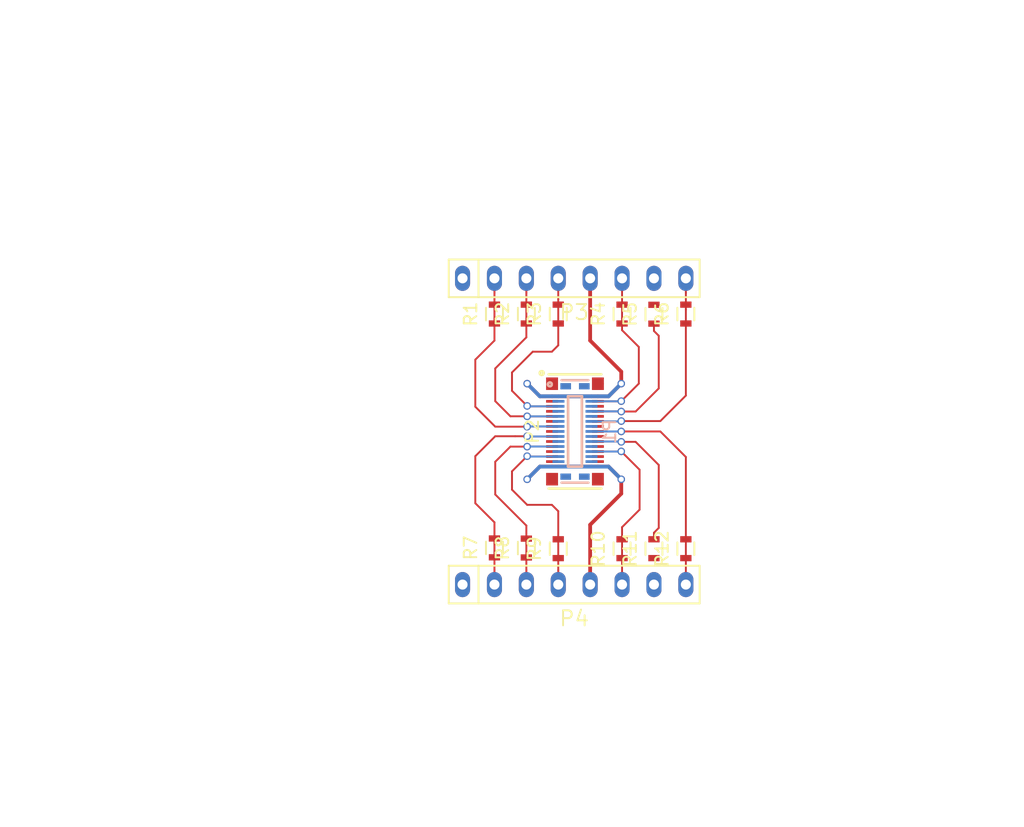
<source format=kicad_pcb>
(kicad_pcb (version 4) (host pcbnew 4.0.4+dfsg1-stable)

  (general
    (links 85)
    (no_connects 67)
    (area 90.1065 100.773999 171.641001 166.624001)
    (thickness 1.6)
    (drawings 5)
    (tracks 184)
    (zones 0)
    (modules 16)
    (nets 16)
  )

  (page A4)
  (layers
    (0 Top signal)
    (31 Bottom signal)
    (34 B.Paste user)
    (35 F.Paste user)
    (36 B.SilkS user)
    (37 F.SilkS user)
    (38 B.Mask user)
    (39 F.Mask user)
    (44 Edge.Cuts user)
  )

  (setup
    (last_trace_width 0.15)
    (trace_clearance 0.15)
    (zone_clearance 0.1)
    (zone_45_only yes)
    (trace_min 0.006)
    (segment_width 0.2)
    (edge_width 0.001)
    (via_size 0.6)
    (via_drill 0.4)
    (via_min_size 0.027)
    (via_min_drill 0.013)
    (uvia_size 0.3)
    (uvia_drill 0.1)
    (uvias_allowed no)
    (uvia_min_size 0)
    (uvia_min_drill 0)
    (pcb_text_width 0.3)
    (pcb_text_size 1.5 1.5)
    (mod_edge_width 0.15)
    (mod_text_size 1 1)
    (mod_text_width 0.15)
    (pad_size 0.5 0.85)
    (pad_drill 0)
    (pad_to_mask_clearance 0)
    (aux_axis_origin 0 0)
    (visible_elements FFFFFF9F)
    (pcbplotparams
      (layerselection 0x00030_80000001)
      (usegerberextensions false)
      (excludeedgelayer true)
      (linewidth 0.100000)
      (plotframeref false)
      (viasonmask false)
      (mode 1)
      (useauxorigin false)
      (hpglpennumber 1)
      (hpglpenspeed 20)
      (hpglpendiameter 15)
      (hpglpenoverlay 2)
      (psnegative false)
      (psa4output false)
      (plotreference true)
      (plotvalue true)
      (plotinvisibletext false)
      (padsonsilk false)
      (subtractmaskfromsilk false)
      (outputformat 1)
      (mirror false)
      (drillshape 0)
      (scaleselection 1)
      (outputdirectory ""))
  )

  (net 0 "")
  (net 1 +3V3)
  (net 2 GND)
  (net 3 "Net-(P1-Pad19)")
  (net 4 "Net-(P1-Pad21)")
  (net 5 "Net-(P1-Pad1)")
  (net 6 "Net-(P1-Pad29)")
  (net 7 "Net-(P1-Pad27)")
  (net 8 "Net-(P1-Pad25)")
  (net 9 "Net-(P1-Pad23)")
  (net 10 "Net-(P1-Pad7)")
  (net 11 "Net-(P1-Pad5)")
  (net 12 "Net-(P1-Pad3)")
  (net 13 "Net-(P1-Pad9)")
  (net 14 "Net-(P1-Pad11)")
  (net 15 "Net-(P1-Pad13)")

  (net_class Default "This is the default net class."
    (clearance 0.15)
    (trace_width 0.15)
    (via_dia 0.6)
    (via_drill 0.4)
    (uvia_dia 0.3)
    (uvia_drill 0.1)
    (add_net +3V3)
    (add_net GND)
    (add_net "Net-(P1-Pad1)")
    (add_net "Net-(P1-Pad11)")
    (add_net "Net-(P1-Pad13)")
    (add_net "Net-(P1-Pad19)")
    (add_net "Net-(P1-Pad21)")
    (add_net "Net-(P1-Pad23)")
    (add_net "Net-(P1-Pad25)")
    (add_net "Net-(P1-Pad27)")
    (add_net "Net-(P1-Pad29)")
    (add_net "Net-(P1-Pad3)")
    (add_net "Net-(P1-Pad5)")
    (add_net "Net-(P1-Pad7)")
    (add_net "Net-(P1-Pad9)")
  )

  (module switch:55909-0374 (layer Bottom) (tedit 599DE5EA) (tstamp 599BA94A)
    (at 135.889 135.127 270)
    (path /599004F3)
    (solder_mask_margin 0.035)
    (fp_text reference P1 (at 0 -2.75 270) (layer B.SilkS)
      (effects (font (size 1 1) (thickness 0.15)) (justify mirror))
    )
    (fp_text value CONN_02X15 (at 0 3 270) (layer B.Fab)
      (effects (font (size 1 1) (thickness 0.15)) (justify mirror))
    )
    (fp_line (start 2.8 -0.55) (end 2.8 0.55) (layer B.SilkS) (width 0.2))
    (fp_line (start -2.8 -0.55) (end 2.8 -0.55) (layer B.SilkS) (width 0.2))
    (fp_line (start -2.8 0.55) (end -2.8 -0.55) (layer B.SilkS) (width 0.2))
    (fp_line (start 2.8 0.55) (end -2.8 0.55) (layer B.SilkS) (width 0.2))
    (fp_circle (center -3.75 2) (end -3.6 2) (layer B.SilkS) (width 0.2))
    (fp_circle (center -3.75 2) (end -3.7 2) (layer B.SilkS) (width 0.2))
    (fp_line (start -4.08 -1.065) (end -4.08 1.065) (layer B.SilkS) (width 0.2))
    (fp_line (start 4.08 -1.065) (end 4.08 1.065) (layer B.SilkS) (width 0.2))
    (pad 16 smd rect (at 2.8 -1.315 270) (size 0.22 0.95) (layers Bottom B.Mask)
      (net 1 +3V3))
    (pad 17 smd rect (at 2.4 -1.315 270) (size 0.22 0.95) (layers Bottom B.Mask)
      (net 2 GND))
    (pad 18 smd rect (at 2 -1.315 270) (size 0.22 0.95) (layers Bottom B.Mask)
      (net 2 GND))
    (pad 19 smd rect (at 1.6 -1.315 270) (size 0.22 0.95) (layers Bottom B.Mask)
      (net 3 "Net-(P1-Pad19)"))
    (pad 20 smd rect (at 1.2 -1.315 270) (size 0.22 0.95) (layers Bottom B.Mask)
      (net 2 GND))
    (pad 21 smd rect (at 0.8 -1.315 270) (size 0.22 0.95) (layers Bottom B.Mask)
      (net 4 "Net-(P1-Pad21)"))
    (pad 22 smd rect (at 0.4 -1.315 270) (size 0.22 0.95) (layers Bottom B.Mask)
      (net 2 GND))
    (pad 30 smd rect (at -2.8 -1.315 270) (size 0.22 0.95) (layers Bottom B.Mask)
      (net 5 "Net-(P1-Pad1)"))
    (pad 29 smd rect (at -2.4 -1.315 270) (size 0.22 0.95) (layers Bottom B.Mask)
      (net 6 "Net-(P1-Pad29)"))
    (pad 28 smd rect (at -2 -1.315 270) (size 0.22 0.95) (layers Bottom B.Mask)
      (net 2 GND))
    (pad 27 smd rect (at -1.6 -1.315 270) (size 0.22 0.95) (layers Bottom B.Mask)
      (net 7 "Net-(P1-Pad27)"))
    (pad 26 smd rect (at -1.2 -1.315 270) (size 0.22 0.95) (layers Bottom B.Mask)
      (net 2 GND))
    (pad 25 smd rect (at -0.8 -1.315 270) (size 0.22 0.95) (layers Bottom B.Mask)
      (net 8 "Net-(P1-Pad25)"))
    (pad 24 smd rect (at -0.4 -1.315 270) (size 0.22 0.95) (layers Bottom B.Mask)
      (net 2 GND))
    (pad 23 smd rect (at 0 -1.315 270) (size 0.22 0.95) (layers Bottom B.Mask)
      (net 9 "Net-(P1-Pad23)"))
    (pad 8 smd rect (at 0 1.315 270) (size 0.22 0.95) (layers Bottom B.Mask)
      (net 2 GND))
    (pad 7 smd rect (at -0.4 1.315 270) (size 0.22 0.95) (layers Bottom B.Mask)
      (net 10 "Net-(P1-Pad7)"))
    (pad 6 smd rect (at -0.8 1.315 270) (size 0.22 0.95) (layers Bottom B.Mask)
      (net 2 GND))
    (pad 5 smd rect (at -1.2 1.315 270) (size 0.22 0.95) (layers Bottom B.Mask)
      (net 11 "Net-(P1-Pad5)"))
    (pad 4 smd rect (at -1.6 1.315 270) (size 0.22 0.95) (layers Bottom B.Mask)
      (net 2 GND))
    (pad 3 smd rect (at -2 1.315 270) (size 0.22 0.95) (layers Bottom B.Mask)
      (net 12 "Net-(P1-Pad3)"))
    (pad 2 smd rect (at -2.4 1.315 270) (size 0.22 0.95) (layers Bottom B.Mask)
      (net 2 GND))
    (pad 1 smd rect (at -2.8 1.315 270) (size 0.22 0.95) (layers Bottom B.Mask)
      (net 5 "Net-(P1-Pad1)"))
    (pad 9 smd rect (at 0.4 1.315 270) (size 0.22 0.95) (layers Bottom B.Mask)
      (net 13 "Net-(P1-Pad9)"))
    (pad 10 smd rect (at 0.8 1.315 270) (size 0.22 0.95) (layers Bottom B.Mask)
      (net 2 GND))
    (pad 11 smd rect (at 1.2 1.315 270) (size 0.22 0.95) (layers Bottom B.Mask)
      (net 14 "Net-(P1-Pad11)"))
    (pad 12 smd rect (at 1.6 1.315 270) (size 0.22 0.95) (layers Bottom B.Mask)
      (net 2 GND))
    (pad 13 smd rect (at 2 1.315 270) (size 0.22 0.95) (layers Bottom B.Mask)
      (net 15 "Net-(P1-Pad13)"))
    (pad 14 smd rect (at 2.4 1.315 270) (size 0.22 0.95) (layers Bottom B.Mask)
      (net 2 GND))
    (pad 15 smd rect (at 2.8 1.315 270) (size 0.22 0.95) (layers Bottom B.Mask)
      (net 1 +3V3))
    (pad 31 smd rect (at 3.6 0.74 270) (size 0.5 0.85) (layers Bottom B.Mask))
    (pad 31 smd rect (at 3.6 -0.74 270) (size 0.5 0.85) (layers Bottom B.Mask))
    (pad 31 smd rect (at -3.6 -0.74 270) (size 0.5 0.85) (layers Bottom B.Mask))
    (pad 31 smd rect (at -3.6 0.74 270) (size 0.5 0.85) (layers Bottom B.Mask))
  )

  (module switch:500913-0302 (layer Top) (tedit 599DE5C1) (tstamp 599BA978)
    (at 135.889 135.127 270)
    (path /599005E7)
    (solder_mask_margin 0.035)
    (fp_text reference P2 (at 0 3.4 270) (layer F.SilkS)
      (effects (font (size 1 1) (thickness 0.15)))
    )
    (fp_text value CONN_02X15 (at 0 -3.5 270) (layer F.Fab)
      (effects (font (size 1 1) (thickness 0.15)))
    )
    (fp_line (start 2.8 0.55) (end 2.8 -0.55) (layer F.SilkS) (width 0.2))
    (fp_line (start -2.8 0.55) (end 2.8 0.55) (layer F.SilkS) (width 0.2))
    (fp_line (start -2.8 -0.55) (end -2.8 0.55) (layer F.SilkS) (width 0.2))
    (fp_line (start 2.8 -0.55) (end -2.8 -0.55) (layer F.SilkS) (width 0.2))
    (fp_circle (center -4.65 2.65) (end -4.5 2.65) (layer F.SilkS) (width 0.2))
    (fp_circle (center -4.65 2.65) (end -4.6 2.65) (layer F.SilkS) (width 0.2))
    (fp_line (start -4.55 2.1) (end -4.55 -2.1) (layer F.SilkS) (width 0.2))
    (fp_line (start 4.55 2.1) (end 4.55 -2.1) (layer F.SilkS) (width 0.2))
    (pad 15 smd rect (at 2.8 1.825 270) (size 0.22 0.95) (layers Top F.Mask)
      (net 1 +3V3))
    (pad 14 smd rect (at 2.4 1.825 270) (size 0.22 0.95) (layers Top F.Mask)
      (net 2 GND))
    (pad 13 smd rect (at 2 1.825 270) (size 0.22 0.95) (layers Top F.Mask)
      (net 15 "Net-(P1-Pad13)"))
    (pad 12 smd rect (at 1.6 1.825 270) (size 0.22 0.95) (layers Top F.Mask)
      (net 2 GND))
    (pad 11 smd rect (at 1.2 1.825 270) (size 0.22 0.95) (layers Top F.Mask)
      (net 14 "Net-(P1-Pad11)"))
    (pad 10 smd rect (at 0.8 1.825 270) (size 0.22 0.95) (layers Top F.Mask)
      (net 2 GND))
    (pad 9 smd rect (at 0.4 1.825 270) (size 0.22 0.95) (layers Top F.Mask)
      (net 13 "Net-(P1-Pad9)"))
    (pad 1 smd rect (at -2.8 1.825 270) (size 0.22 0.95) (layers Top F.Mask)
      (net 5 "Net-(P1-Pad1)"))
    (pad 2 smd rect (at -2.4 1.825 270) (size 0.22 0.95) (layers Top F.Mask)
      (net 2 GND))
    (pad 3 smd rect (at -2 1.825 270) (size 0.22 0.95) (layers Top F.Mask)
      (net 12 "Net-(P1-Pad3)"))
    (pad 4 smd rect (at -1.6 1.825 270) (size 0.22 0.95) (layers Top F.Mask)
      (net 2 GND))
    (pad 5 smd rect (at -1.2 1.825 270) (size 0.22 0.95) (layers Top F.Mask)
      (net 11 "Net-(P1-Pad5)"))
    (pad 6 smd rect (at -0.8 1.825 270) (size 0.22 0.95) (layers Top F.Mask)
      (net 2 GND))
    (pad 7 smd rect (at -0.4 1.825 270) (size 0.22 0.95) (layers Top F.Mask)
      (net 10 "Net-(P1-Pad7)"))
    (pad 8 smd rect (at 0 1.825 270) (size 0.22 0.95) (layers Top F.Mask)
      (net 2 GND))
    (pad 23 smd rect (at 0 -1.825 270) (size 0.22 0.95) (layers Top F.Mask)
      (net 9 "Net-(P1-Pad23)"))
    (pad 24 smd rect (at -0.4 -1.825 270) (size 0.22 0.95) (layers Top F.Mask)
      (net 2 GND))
    (pad 25 smd rect (at -0.8 -1.825 270) (size 0.22 0.95) (layers Top F.Mask)
      (net 8 "Net-(P1-Pad25)"))
    (pad 26 smd rect (at -1.2 -1.825 270) (size 0.22 0.95) (layers Top F.Mask)
      (net 2 GND))
    (pad 27 smd rect (at -1.6 -1.825 270) (size 0.22 0.95) (layers Top F.Mask)
      (net 7 "Net-(P1-Pad27)"))
    (pad 28 smd rect (at -2 -1.825 270) (size 0.22 0.95) (layers Top F.Mask)
      (net 2 GND))
    (pad 29 smd rect (at -2.4 -1.825 270) (size 0.22 0.95) (layers Top F.Mask)
      (net 6 "Net-(P1-Pad29)"))
    (pad 30 smd rect (at -2.8 -1.825 270) (size 0.22 0.95) (layers Top F.Mask)
      (net 5 "Net-(P1-Pad1)"))
    (pad 22 smd rect (at 0.4 -1.825 270) (size 0.22 0.95) (layers Top F.Mask)
      (net 2 GND))
    (pad 21 smd rect (at 0.8 -1.825 270) (size 0.22 0.95) (layers Top F.Mask)
      (net 4 "Net-(P1-Pad21)"))
    (pad 20 smd rect (at 1.2 -1.825 270) (size 0.22 0.95) (layers Top F.Mask)
      (net 2 GND))
    (pad 19 smd rect (at 1.6 -1.825 270) (size 0.22 0.95) (layers Top F.Mask)
      (net 3 "Net-(P1-Pad19)"))
    (pad 18 smd rect (at 2 -1.825 270) (size 0.22 0.95) (layers Top F.Mask)
      (net 2 GND))
    (pad 17 smd rect (at 2.4 -1.825 270) (size 0.22 0.95) (layers Top F.Mask)
      (net 2 GND))
    (pad 16 smd rect (at 2.8 -1.825 270) (size 0.22 0.95) (layers Top F.Mask)
      (net 1 +3V3))
    (pad 31 smd rect (at 3.8 -1.825 270) (size 1 0.95) (layers Top F.Mask))
    (pad 31 smd rect (at 3.8 1.825 270) (size 1 0.95) (layers Top F.Mask))
    (pad 31 smd rect (at -3.8 1.825 270) (size 1 0.95) (layers Top F.Mask))
    (pad 31 smd rect (at -3.8 -1.825 270) (size 1 0.95) (layers Top F.Mask))
  )

  (module switch:SIP-8 (layer Top) (tedit 0) (tstamp 59AB9B93)
    (at 135.8265 122.936)
    (path /59AB9B20)
    (fp_text reference P3 (at 0 2.7) (layer F.SilkS)
      (effects (font (size 1.2 1.2) (thickness 0.15)))
    )
    (fp_text value CONN_01X08 (at 0 -2.7) (layer F.Fab)
      (effects (font (size 1.2 1.2) (thickness 0.15)))
    )
    (fp_line (start -9.99 -1.5) (end 9.99 -1.5) (layer F.SilkS) (width 0.15))
    (fp_line (start 9.99 -1.5) (end 9.99 1.5) (layer F.SilkS) (width 0.15))
    (fp_line (start 9.99 1.5) (end -9.99 1.5) (layer F.SilkS) (width 0.15))
    (fp_line (start -9.99 1.5) (end -9.99 -1.5) (layer F.SilkS) (width 0.15))
    (fp_line (start -7.62 -1.5) (end -7.62 1.5) (layer F.SilkS) (width 0.15))
    (pad 1 thru_hole oval (at -8.89 0) (size 1.2 2) (drill 0.8) (layers *.Cu *.Mask)
      (net 2 GND))
    (pad 2 thru_hole oval (at -6.35 0) (size 1.2 2) (drill 0.8) (layers *.Cu *.Mask)
      (net 10 "Net-(P1-Pad7)"))
    (pad 3 thru_hole oval (at -3.81 0) (size 1.2 2) (drill 0.8) (layers *.Cu *.Mask)
      (net 11 "Net-(P1-Pad5)"))
    (pad 4 thru_hole oval (at -1.27 0) (size 1.2 2) (drill 0.8) (layers *.Cu *.Mask)
      (net 12 "Net-(P1-Pad3)"))
    (pad 5 thru_hole oval (at 1.27 0) (size 1.2 2) (drill 0.8) (layers *.Cu *.Mask)
      (net 5 "Net-(P1-Pad1)"))
    (pad 6 thru_hole oval (at 3.81 0) (size 1.2 2) (drill 0.8) (layers *.Cu *.Mask)
      (net 6 "Net-(P1-Pad29)"))
    (pad 7 thru_hole oval (at 6.35 0) (size 1.2 2) (drill 0.8) (layers *.Cu *.Mask)
      (net 7 "Net-(P1-Pad27)"))
    (pad 8 thru_hole oval (at 8.89 0) (size 1.2 2) (drill 0.8) (layers *.Cu *.Mask)
      (net 8 "Net-(P1-Pad25)"))
  )

  (module switch:SIP-8 (layer Top) (tedit 0) (tstamp 59AB9BA4)
    (at 135.8265 147.32)
    (path /59AB9BC3)
    (fp_text reference P4 (at 0 2.7) (layer F.SilkS)
      (effects (font (size 1.2 1.2) (thickness 0.15)))
    )
    (fp_text value CONN_01X08 (at 0 -2.7) (layer F.Fab)
      (effects (font (size 1.2 1.2) (thickness 0.15)))
    )
    (fp_line (start -9.99 -1.5) (end 9.99 -1.5) (layer F.SilkS) (width 0.15))
    (fp_line (start 9.99 -1.5) (end 9.99 1.5) (layer F.SilkS) (width 0.15))
    (fp_line (start 9.99 1.5) (end -9.99 1.5) (layer F.SilkS) (width 0.15))
    (fp_line (start -9.99 1.5) (end -9.99 -1.5) (layer F.SilkS) (width 0.15))
    (fp_line (start -7.62 -1.5) (end -7.62 1.5) (layer F.SilkS) (width 0.15))
    (pad 1 thru_hole oval (at -8.89 0) (size 1.2 2) (drill 0.8) (layers *.Cu *.Mask)
      (net 2 GND))
    (pad 2 thru_hole oval (at -6.35 0) (size 1.2 2) (drill 0.8) (layers *.Cu *.Mask)
      (net 13 "Net-(P1-Pad9)"))
    (pad 3 thru_hole oval (at -3.81 0) (size 1.2 2) (drill 0.8) (layers *.Cu *.Mask)
      (net 14 "Net-(P1-Pad11)"))
    (pad 4 thru_hole oval (at -1.27 0) (size 1.2 2) (drill 0.8) (layers *.Cu *.Mask)
      (net 15 "Net-(P1-Pad13)"))
    (pad 5 thru_hole oval (at 1.27 0) (size 1.2 2) (drill 0.8) (layers *.Cu *.Mask)
      (net 1 +3V3))
    (pad 6 thru_hole oval (at 3.81 0) (size 1.2 2) (drill 0.8) (layers *.Cu *.Mask)
      (net 3 "Net-(P1-Pad19)"))
    (pad 7 thru_hole oval (at 6.35 0) (size 1.2 2) (drill 0.8) (layers *.Cu *.Mask)
      (net 4 "Net-(P1-Pad21)"))
    (pad 8 thru_hole oval (at 8.89 0) (size 1.2 2) (drill 0.8) (layers *.Cu *.Mask)
      (net 9 "Net-(P1-Pad23)"))
  )

  (module Resistors_SMD:R_0603 (layer Top) (tedit 5415CC62) (tstamp 59ACE2B6)
    (at 129.4765 125.7815 90)
    (descr "Resistor SMD 0603, reflow soldering, Vishay (see dcrcw.pdf)")
    (tags "resistor 0603")
    (path /59ACE1D7)
    (attr smd)
    (fp_text reference R1 (at 0 -1.9 90) (layer F.SilkS)
      (effects (font (size 1 1) (thickness 0.15)))
    )
    (fp_text value "500 Ohms" (at 0 1.9 90) (layer F.Fab)
      (effects (font (size 1 1) (thickness 0.15)))
    )
    (fp_line (start -1.3 -0.8) (end 1.3 -0.8) (layer F.CrtYd) (width 0.05))
    (fp_line (start -1.3 0.8) (end 1.3 0.8) (layer F.CrtYd) (width 0.05))
    (fp_line (start -1.3 -0.8) (end -1.3 0.8) (layer F.CrtYd) (width 0.05))
    (fp_line (start 1.3 -0.8) (end 1.3 0.8) (layer F.CrtYd) (width 0.05))
    (fp_line (start 0.5 0.675) (end -0.5 0.675) (layer F.SilkS) (width 0.15))
    (fp_line (start -0.5 -0.675) (end 0.5 -0.675) (layer F.SilkS) (width 0.15))
    (pad 1 smd rect (at -0.75 0 90) (size 0.5 0.9) (layers Top F.Paste F.Mask)
      (net 10 "Net-(P1-Pad7)"))
    (pad 2 smd rect (at 0.75 0 90) (size 0.5 0.9) (layers Top F.Paste F.Mask)
      (net 10 "Net-(P1-Pad7)"))
    (model Resistors_SMD.3dshapes/R_0603.wrl
      (at (xyz 0 0 0))
      (scale (xyz 1 1 1))
      (rotate (xyz 0 0 0))
    )
  )

  (module Resistors_SMD:R_0603 (layer Top) (tedit 5415CC62) (tstamp 59ACE2C2)
    (at 132.0165 125.7815 90)
    (descr "Resistor SMD 0603, reflow soldering, Vishay (see dcrcw.pdf)")
    (tags "resistor 0603")
    (path /59ACE28F)
    (attr smd)
    (fp_text reference R2 (at 0 -1.9 90) (layer F.SilkS)
      (effects (font (size 1 1) (thickness 0.15)))
    )
    (fp_text value "500 Ohms" (at 0 1.9 90) (layer F.Fab)
      (effects (font (size 1 1) (thickness 0.15)))
    )
    (fp_line (start -1.3 -0.8) (end 1.3 -0.8) (layer F.CrtYd) (width 0.05))
    (fp_line (start -1.3 0.8) (end 1.3 0.8) (layer F.CrtYd) (width 0.05))
    (fp_line (start -1.3 -0.8) (end -1.3 0.8) (layer F.CrtYd) (width 0.05))
    (fp_line (start 1.3 -0.8) (end 1.3 0.8) (layer F.CrtYd) (width 0.05))
    (fp_line (start 0.5 0.675) (end -0.5 0.675) (layer F.SilkS) (width 0.15))
    (fp_line (start -0.5 -0.675) (end 0.5 -0.675) (layer F.SilkS) (width 0.15))
    (pad 1 smd rect (at -0.75 0 90) (size 0.5 0.9) (layers Top F.Paste F.Mask)
      (net 11 "Net-(P1-Pad5)"))
    (pad 2 smd rect (at 0.75 0 90) (size 0.5 0.9) (layers Top F.Paste F.Mask)
      (net 11 "Net-(P1-Pad5)"))
    (model Resistors_SMD.3dshapes/R_0603.wrl
      (at (xyz 0 0 0))
      (scale (xyz 1 1 1))
      (rotate (xyz 0 0 0))
    )
  )

  (module Resistors_SMD:R_0603 (layer Top) (tedit 5415CC62) (tstamp 59ACE2CE)
    (at 134.5565 125.7815 90)
    (descr "Resistor SMD 0603, reflow soldering, Vishay (see dcrcw.pdf)")
    (tags "resistor 0603")
    (path /59ACE2C9)
    (attr smd)
    (fp_text reference R3 (at 0 -1.9 90) (layer F.SilkS)
      (effects (font (size 1 1) (thickness 0.15)))
    )
    (fp_text value "500 Ohms" (at 0 1.9 90) (layer F.Fab)
      (effects (font (size 1 1) (thickness 0.15)))
    )
    (fp_line (start -1.3 -0.8) (end 1.3 -0.8) (layer F.CrtYd) (width 0.05))
    (fp_line (start -1.3 0.8) (end 1.3 0.8) (layer F.CrtYd) (width 0.05))
    (fp_line (start -1.3 -0.8) (end -1.3 0.8) (layer F.CrtYd) (width 0.05))
    (fp_line (start 1.3 -0.8) (end 1.3 0.8) (layer F.CrtYd) (width 0.05))
    (fp_line (start 0.5 0.675) (end -0.5 0.675) (layer F.SilkS) (width 0.15))
    (fp_line (start -0.5 -0.675) (end 0.5 -0.675) (layer F.SilkS) (width 0.15))
    (pad 1 smd rect (at -0.75 0 90) (size 0.5 0.9) (layers Top F.Paste F.Mask)
      (net 12 "Net-(P1-Pad3)"))
    (pad 2 smd rect (at 0.75 0 90) (size 0.5 0.9) (layers Top F.Paste F.Mask)
      (net 12 "Net-(P1-Pad3)"))
    (model Resistors_SMD.3dshapes/R_0603.wrl
      (at (xyz 0 0 0))
      (scale (xyz 1 1 1))
      (rotate (xyz 0 0 0))
    )
  )

  (module Resistors_SMD:R_0603 (layer Top) (tedit 5415CC62) (tstamp 59ACE2DA)
    (at 139.6365 125.7815 90)
    (descr "Resistor SMD 0603, reflow soldering, Vishay (see dcrcw.pdf)")
    (tags "resistor 0603")
    (path /59ACE34B)
    (attr smd)
    (fp_text reference R4 (at 0 -1.9 90) (layer F.SilkS)
      (effects (font (size 1 1) (thickness 0.15)))
    )
    (fp_text value "500 Ohms" (at 0 1.9 90) (layer F.Fab)
      (effects (font (size 1 1) (thickness 0.15)))
    )
    (fp_line (start -1.3 -0.8) (end 1.3 -0.8) (layer F.CrtYd) (width 0.05))
    (fp_line (start -1.3 0.8) (end 1.3 0.8) (layer F.CrtYd) (width 0.05))
    (fp_line (start -1.3 -0.8) (end -1.3 0.8) (layer F.CrtYd) (width 0.05))
    (fp_line (start 1.3 -0.8) (end 1.3 0.8) (layer F.CrtYd) (width 0.05))
    (fp_line (start 0.5 0.675) (end -0.5 0.675) (layer F.SilkS) (width 0.15))
    (fp_line (start -0.5 -0.675) (end 0.5 -0.675) (layer F.SilkS) (width 0.15))
    (pad 1 smd rect (at -0.75 0 90) (size 0.5 0.9) (layers Top F.Paste F.Mask)
      (net 6 "Net-(P1-Pad29)"))
    (pad 2 smd rect (at 0.75 0 90) (size 0.5 0.9) (layers Top F.Paste F.Mask)
      (net 6 "Net-(P1-Pad29)"))
    (model Resistors_SMD.3dshapes/R_0603.wrl
      (at (xyz 0 0 0))
      (scale (xyz 1 1 1))
      (rotate (xyz 0 0 0))
    )
  )

  (module Resistors_SMD:R_0603 (layer Top) (tedit 5415CC62) (tstamp 59ACE2E6)
    (at 142.1765 125.7935 90)
    (descr "Resistor SMD 0603, reflow soldering, Vishay (see dcrcw.pdf)")
    (tags "resistor 0603")
    (path /59ACE3D3)
    (attr smd)
    (fp_text reference R5 (at 0 -1.9 90) (layer F.SilkS)
      (effects (font (size 1 1) (thickness 0.15)))
    )
    (fp_text value "500 Ohms" (at 0 1.9 90) (layer F.Fab)
      (effects (font (size 1 1) (thickness 0.15)))
    )
    (fp_line (start -1.3 -0.8) (end 1.3 -0.8) (layer F.CrtYd) (width 0.05))
    (fp_line (start -1.3 0.8) (end 1.3 0.8) (layer F.CrtYd) (width 0.05))
    (fp_line (start -1.3 -0.8) (end -1.3 0.8) (layer F.CrtYd) (width 0.05))
    (fp_line (start 1.3 -0.8) (end 1.3 0.8) (layer F.CrtYd) (width 0.05))
    (fp_line (start 0.5 0.675) (end -0.5 0.675) (layer F.SilkS) (width 0.15))
    (fp_line (start -0.5 -0.675) (end 0.5 -0.675) (layer F.SilkS) (width 0.15))
    (pad 1 smd rect (at -0.75 0 90) (size 0.5 0.9) (layers Top F.Paste F.Mask)
      (net 7 "Net-(P1-Pad27)"))
    (pad 2 smd rect (at 0.75 0 90) (size 0.5 0.9) (layers Top F.Paste F.Mask)
      (net 7 "Net-(P1-Pad27)"))
    (model Resistors_SMD.3dshapes/R_0603.wrl
      (at (xyz 0 0 0))
      (scale (xyz 1 1 1))
      (rotate (xyz 0 0 0))
    )
  )

  (module Resistors_SMD:R_0603 (layer Top) (tedit 5415CC62) (tstamp 59ACE2F2)
    (at 144.7165 125.7815 90)
    (descr "Resistor SMD 0603, reflow soldering, Vishay (see dcrcw.pdf)")
    (tags "resistor 0603")
    (path /59ACE303)
    (attr smd)
    (fp_text reference R6 (at 0 -1.9 90) (layer F.SilkS)
      (effects (font (size 1 1) (thickness 0.15)))
    )
    (fp_text value "500 Ohms" (at 0 1.9 90) (layer F.Fab)
      (effects (font (size 1 1) (thickness 0.15)))
    )
    (fp_line (start -1.3 -0.8) (end 1.3 -0.8) (layer F.CrtYd) (width 0.05))
    (fp_line (start -1.3 0.8) (end 1.3 0.8) (layer F.CrtYd) (width 0.05))
    (fp_line (start -1.3 -0.8) (end -1.3 0.8) (layer F.CrtYd) (width 0.05))
    (fp_line (start 1.3 -0.8) (end 1.3 0.8) (layer F.CrtYd) (width 0.05))
    (fp_line (start 0.5 0.675) (end -0.5 0.675) (layer F.SilkS) (width 0.15))
    (fp_line (start -0.5 -0.675) (end 0.5 -0.675) (layer F.SilkS) (width 0.15))
    (pad 1 smd rect (at -0.75 0 90) (size 0.5 0.9) (layers Top F.Paste F.Mask)
      (net 8 "Net-(P1-Pad25)"))
    (pad 2 smd rect (at 0.75 0 90) (size 0.5 0.9) (layers Top F.Paste F.Mask)
      (net 8 "Net-(P1-Pad25)"))
    (model Resistors_SMD.3dshapes/R_0603.wrl
      (at (xyz 0 0 0))
      (scale (xyz 1 1 1))
      (rotate (xyz 0 0 0))
    )
  )

  (module Resistors_SMD:R_0603 (layer Top) (tedit 5415CC62) (tstamp 59ACE2FE)
    (at 129.4765 144.399 90)
    (descr "Resistor SMD 0603, reflow soldering, Vishay (see dcrcw.pdf)")
    (tags "resistor 0603")
    (path /59ACF31A)
    (attr smd)
    (fp_text reference R7 (at 0 -1.9 90) (layer F.SilkS)
      (effects (font (size 1 1) (thickness 0.15)))
    )
    (fp_text value "500 Ohms" (at 0 1.9 90) (layer F.Fab)
      (effects (font (size 1 1) (thickness 0.15)))
    )
    (fp_line (start -1.3 -0.8) (end 1.3 -0.8) (layer F.CrtYd) (width 0.05))
    (fp_line (start -1.3 0.8) (end 1.3 0.8) (layer F.CrtYd) (width 0.05))
    (fp_line (start -1.3 -0.8) (end -1.3 0.8) (layer F.CrtYd) (width 0.05))
    (fp_line (start 1.3 -0.8) (end 1.3 0.8) (layer F.CrtYd) (width 0.05))
    (fp_line (start 0.5 0.675) (end -0.5 0.675) (layer F.SilkS) (width 0.15))
    (fp_line (start -0.5 -0.675) (end 0.5 -0.675) (layer F.SilkS) (width 0.15))
    (pad 1 smd rect (at -0.75 0 90) (size 0.5 0.9) (layers Top F.Paste F.Mask)
      (net 13 "Net-(P1-Pad9)"))
    (pad 2 smd rect (at 0.75 0 90) (size 0.5 0.9) (layers Top F.Paste F.Mask)
      (net 13 "Net-(P1-Pad9)"))
    (model Resistors_SMD.3dshapes/R_0603.wrl
      (at (xyz 0 0 0))
      (scale (xyz 1 1 1))
      (rotate (xyz 0 0 0))
    )
  )

  (module Resistors_SMD:R_0603 (layer Top) (tedit 5415CC62) (tstamp 59ACE30A)
    (at 132.0165 144.411 90)
    (descr "Resistor SMD 0603, reflow soldering, Vishay (see dcrcw.pdf)")
    (tags "resistor 0603")
    (path /59ACF474)
    (attr smd)
    (fp_text reference R8 (at 0 -1.9 90) (layer F.SilkS)
      (effects (font (size 1 1) (thickness 0.15)))
    )
    (fp_text value "500 Ohms" (at 0 1.9 90) (layer F.Fab)
      (effects (font (size 1 1) (thickness 0.15)))
    )
    (fp_line (start -1.3 -0.8) (end 1.3 -0.8) (layer F.CrtYd) (width 0.05))
    (fp_line (start -1.3 0.8) (end 1.3 0.8) (layer F.CrtYd) (width 0.05))
    (fp_line (start -1.3 -0.8) (end -1.3 0.8) (layer F.CrtYd) (width 0.05))
    (fp_line (start 1.3 -0.8) (end 1.3 0.8) (layer F.CrtYd) (width 0.05))
    (fp_line (start 0.5 0.675) (end -0.5 0.675) (layer F.SilkS) (width 0.15))
    (fp_line (start -0.5 -0.675) (end 0.5 -0.675) (layer F.SilkS) (width 0.15))
    (pad 1 smd rect (at -0.75 0 90) (size 0.5 0.9) (layers Top F.Paste F.Mask)
      (net 14 "Net-(P1-Pad11)"))
    (pad 2 smd rect (at 0.75 0 90) (size 0.5 0.9) (layers Top F.Paste F.Mask)
      (net 14 "Net-(P1-Pad11)"))
    (model Resistors_SMD.3dshapes/R_0603.wrl
      (at (xyz 0 0 0))
      (scale (xyz 1 1 1))
      (rotate (xyz 0 0 0))
    )
  )

  (module Resistors_SMD:R_0603 (layer Top) (tedit 5415CC62) (tstamp 59ACE316)
    (at 134.5565 144.4625 90)
    (descr "Resistor SMD 0603, reflow soldering, Vishay (see dcrcw.pdf)")
    (tags "resistor 0603")
    (path /59ACF4C6)
    (attr smd)
    (fp_text reference R9 (at 0 -1.9 90) (layer F.SilkS)
      (effects (font (size 1 1) (thickness 0.15)))
    )
    (fp_text value "500 Ohms" (at 0 1.9 90) (layer F.Fab)
      (effects (font (size 1 1) (thickness 0.15)))
    )
    (fp_line (start -1.3 -0.8) (end 1.3 -0.8) (layer F.CrtYd) (width 0.05))
    (fp_line (start -1.3 0.8) (end 1.3 0.8) (layer F.CrtYd) (width 0.05))
    (fp_line (start -1.3 -0.8) (end -1.3 0.8) (layer F.CrtYd) (width 0.05))
    (fp_line (start 1.3 -0.8) (end 1.3 0.8) (layer F.CrtYd) (width 0.05))
    (fp_line (start 0.5 0.675) (end -0.5 0.675) (layer F.SilkS) (width 0.15))
    (fp_line (start -0.5 -0.675) (end 0.5 -0.675) (layer F.SilkS) (width 0.15))
    (pad 1 smd rect (at -0.75 0 90) (size 0.5 0.9) (layers Top F.Paste F.Mask)
      (net 15 "Net-(P1-Pad13)"))
    (pad 2 smd rect (at 0.75 0 90) (size 0.5 0.9) (layers Top F.Paste F.Mask)
      (net 15 "Net-(P1-Pad13)"))
    (model Resistors_SMD.3dshapes/R_0603.wrl
      (at (xyz 0 0 0))
      (scale (xyz 1 1 1))
      (rotate (xyz 0 0 0))
    )
  )

  (module Resistors_SMD:R_0603 (layer Top) (tedit 5415CC62) (tstamp 59ACE322)
    (at 139.6365 144.4625 90)
    (descr "Resistor SMD 0603, reflow soldering, Vishay (see dcrcw.pdf)")
    (tags "resistor 0603")
    (path /59ACF538)
    (attr smd)
    (fp_text reference R10 (at 0 -1.9 90) (layer F.SilkS)
      (effects (font (size 1 1) (thickness 0.15)))
    )
    (fp_text value "500 Ohms" (at 0 1.9 90) (layer F.Fab)
      (effects (font (size 1 1) (thickness 0.15)))
    )
    (fp_line (start -1.3 -0.8) (end 1.3 -0.8) (layer F.CrtYd) (width 0.05))
    (fp_line (start -1.3 0.8) (end 1.3 0.8) (layer F.CrtYd) (width 0.05))
    (fp_line (start -1.3 -0.8) (end -1.3 0.8) (layer F.CrtYd) (width 0.05))
    (fp_line (start 1.3 -0.8) (end 1.3 0.8) (layer F.CrtYd) (width 0.05))
    (fp_line (start 0.5 0.675) (end -0.5 0.675) (layer F.SilkS) (width 0.15))
    (fp_line (start -0.5 -0.675) (end 0.5 -0.675) (layer F.SilkS) (width 0.15))
    (pad 1 smd rect (at -0.75 0 90) (size 0.5 0.9) (layers Top F.Paste F.Mask)
      (net 3 "Net-(P1-Pad19)"))
    (pad 2 smd rect (at 0.75 0 90) (size 0.5 0.9) (layers Top F.Paste F.Mask)
      (net 3 "Net-(P1-Pad19)"))
    (model Resistors_SMD.3dshapes/R_0603.wrl
      (at (xyz 0 0 0))
      (scale (xyz 1 1 1))
      (rotate (xyz 0 0 0))
    )
  )

  (module Resistors_SMD:R_0603 (layer Top) (tedit 5415CC62) (tstamp 59ACE32E)
    (at 142.1765 144.4625 90)
    (descr "Resistor SMD 0603, reflow soldering, Vishay (see dcrcw.pdf)")
    (tags "resistor 0603")
    (path /59ACF594)
    (attr smd)
    (fp_text reference R11 (at 0 -1.9 90) (layer F.SilkS)
      (effects (font (size 1 1) (thickness 0.15)))
    )
    (fp_text value "500 Ohms" (at 0 1.9 90) (layer F.Fab)
      (effects (font (size 1 1) (thickness 0.15)))
    )
    (fp_line (start -1.3 -0.8) (end 1.3 -0.8) (layer F.CrtYd) (width 0.05))
    (fp_line (start -1.3 0.8) (end 1.3 0.8) (layer F.CrtYd) (width 0.05))
    (fp_line (start -1.3 -0.8) (end -1.3 0.8) (layer F.CrtYd) (width 0.05))
    (fp_line (start 1.3 -0.8) (end 1.3 0.8) (layer F.CrtYd) (width 0.05))
    (fp_line (start 0.5 0.675) (end -0.5 0.675) (layer F.SilkS) (width 0.15))
    (fp_line (start -0.5 -0.675) (end 0.5 -0.675) (layer F.SilkS) (width 0.15))
    (pad 1 smd rect (at -0.75 0 90) (size 0.5 0.9) (layers Top F.Paste F.Mask)
      (net 4 "Net-(P1-Pad21)"))
    (pad 2 smd rect (at 0.75 0 90) (size 0.5 0.9) (layers Top F.Paste F.Mask)
      (net 4 "Net-(P1-Pad21)"))
    (model Resistors_SMD.3dshapes/R_0603.wrl
      (at (xyz 0 0 0))
      (scale (xyz 1 1 1))
      (rotate (xyz 0 0 0))
    )
  )

  (module Resistors_SMD:R_0603 (layer Top) (tedit 5415CC62) (tstamp 59ACE33A)
    (at 144.7165 144.4625 90)
    (descr "Resistor SMD 0603, reflow soldering, Vishay (see dcrcw.pdf)")
    (tags "resistor 0603")
    (path /59ACF602)
    (attr smd)
    (fp_text reference R12 (at 0 -1.9 90) (layer F.SilkS)
      (effects (font (size 1 1) (thickness 0.15)))
    )
    (fp_text value "500 Ohms" (at 0 1.9 90) (layer F.Fab)
      (effects (font (size 1 1) (thickness 0.15)))
    )
    (fp_line (start -1.3 -0.8) (end 1.3 -0.8) (layer F.CrtYd) (width 0.05))
    (fp_line (start -1.3 0.8) (end 1.3 0.8) (layer F.CrtYd) (width 0.05))
    (fp_line (start -1.3 -0.8) (end -1.3 0.8) (layer F.CrtYd) (width 0.05))
    (fp_line (start 1.3 -0.8) (end 1.3 0.8) (layer F.CrtYd) (width 0.05))
    (fp_line (start 0.5 0.675) (end -0.5 0.675) (layer F.SilkS) (width 0.15))
    (fp_line (start -0.5 -0.675) (end 0.5 -0.675) (layer F.SilkS) (width 0.15))
    (pad 1 smd rect (at -0.75 0 90) (size 0.5 0.9) (layers Top F.Paste F.Mask)
      (net 9 "Net-(P1-Pad23)"))
    (pad 2 smd rect (at 0.75 0 90) (size 0.5 0.9) (layers Top F.Paste F.Mask)
      (net 9 "Net-(P1-Pad23)"))
    (model Resistors_SMD.3dshapes/R_0603.wrl
      (at (xyz 0 0 0))
      (scale (xyz 1 1 1))
      (rotate (xyz 0 0 0))
    )
  )

  (gr_line (start 146.7485 112.2045) (end 146.7485 104.775) (angle 90) (layer Edge.Cuts) (width 0.001))
  (gr_line (start 171.6405 112.2045) (end 146.7485 112.2045) (angle 90) (layer Edge.Cuts) (width 0.001))
  (gr_line (start 171.6405 100.7745) (end 171.6405 112.2045) (angle 90) (layer Edge.Cuts) (width 0.001))
  (gr_line (start 146.7485 100.7745) (end 171.6405 100.7745) (angle 90) (layer Edge.Cuts) (width 0.001))
  (gr_line (start 146.7485 104.775) (end 146.7485 100.7745) (angle 90) (layer Edge.Cuts) (width 0.001))

  (segment (start 137.714 131.327) (end 137.9765 131.327) (width 0.15) (layer Top) (net 0))
  (segment (start 137.714 138.927) (end 137.784 138.927) (width 0.15) (layer Top) (net 0))
  (segment (start 134.064 138.927) (end 133.9325 138.927) (width 0.15) (layer Top) (net 0))
  (segment (start 137.714 131.327) (end 138.1035 131.327) (width 0.15) (layer Top) (net 0))
  (segment (start 134.064 138.927) (end 133.996 138.927) (width 0.15) (layer Top) (net 0))
  (segment (start 139.573 140.081) (end 137.0965 142.5575) (width 0.3) (layer Top) (net 1))
  (segment (start 137.0965 142.5575) (end 137.0965 147.32) (width 0.3) (layer Top) (net 1))
  (segment (start 139.573 138.938) (end 139.573 140.081) (width 0.3) (layer Top) (net 1))
  (segment (start 137.714 137.927) (end 134.064 137.927) (width 0.3) (layer Top) (net 1) (status 30))
  (segment (start 134.574 137.927) (end 137.204 137.927) (width 0.3) (layer Bottom) (net 1) (status 30))
  (segment (start 134.064 137.927) (end 133.091 137.927) (width 0.3) (layer Top) (net 1) (status 10))
  (segment (start 133.091 137.927) (end 132.08 138.938) (width 0.3) (layer Top) (net 1) (tstamp 599D0E78))
  (via (at 132.08 138.938) (size 0.6) (drill 0.4) (layers Top Bottom) (net 1))
  (segment (start 132.08 138.938) (end 133.091 137.927) (width 0.3) (layer Bottom) (net 1) (tstamp 599D0E83))
  (segment (start 133.091 137.927) (end 134.574 137.927) (width 0.3) (layer Bottom) (net 1) (tstamp 599D0E84) (status 20))
  (segment (start 137.714 137.927) (end 138.562 137.927) (width 0.3) (layer Top) (net 1) (status 10))
  (segment (start 138.562 137.927) (end 139.573 138.938) (width 0.3) (layer Top) (net 1) (tstamp 599D0E4E))
  (via (at 139.573 138.938) (size 0.6) (drill 0.4) (layers Top Bottom) (net 1))
  (segment (start 139.573 138.938) (end 138.562 137.927) (width 0.3) (layer Bottom) (net 1) (tstamp 599D0E55))
  (segment (start 138.562 137.927) (end 137.204 137.927) (width 0.3) (layer Bottom) (net 1) (tstamp 599D0E56) (status 20))
  (segment (start 139.6365 145.2125) (end 139.6365 145.6125) (width 0.15) (layer Top) (net 3))
  (segment (start 139.6365 145.6125) (end 139.6365 147.32) (width 0.15) (layer Top) (net 3))
  (segment (start 139.6365 143.7125) (end 139.6365 145.2125) (width 0.15) (layer Top) (net 3))
  (segment (start 139.573 136.7155) (end 141.0335 138.176) (width 0.15) (layer Top) (net 3))
  (segment (start 141.0335 138.176) (end 141.0335 141.351) (width 0.15) (layer Top) (net 3))
  (segment (start 141.0335 141.351) (end 139.6365 142.748) (width 0.15) (layer Top) (net 3))
  (segment (start 139.6365 142.748) (end 139.6365 143.7125) (width 0.15) (layer Top) (net 3))
  (segment (start 137.714 136.727) (end 139.5615 136.727) (width 0.15) (layer Top) (net 3) (status 10))
  (segment (start 139.5615 136.727) (end 139.573 136.7155) (width 0.15) (layer Top) (net 3) (tstamp 599D0F35))
  (via (at 139.573 136.7155) (size 0.6) (drill 0.4) (layers Top Bottom) (net 3))
  (segment (start 139.573 136.7155) (end 139.5615 136.727) (width 0.15) (layer Bottom) (net 3) (tstamp 599D0F3B))
  (segment (start 139.5615 136.727) (end 137.204 136.727) (width 0.15) (layer Bottom) (net 3) (tstamp 599D0F3C) (status 20))
  (segment (start 139.573 135.9535) (end 140.716 135.9535) (width 0.15) (layer Top) (net 4))
  (segment (start 140.716 135.9535) (end 142.5575 137.795) (width 0.15) (layer Top) (net 4))
  (segment (start 142.1765 143.1925) (end 142.1765 143.7125) (width 0.15) (layer Top) (net 4))
  (segment (start 142.5575 137.795) (end 142.5575 142.8115) (width 0.15) (layer Top) (net 4))
  (segment (start 142.5575 142.8115) (end 142.1765 143.1925) (width 0.15) (layer Top) (net 4))
  (segment (start 137.204 135.927) (end 139.5465 135.927) (width 0.15) (layer Bottom) (net 4) (status 10))
  (segment (start 139.5465 135.927) (end 139.573 135.9535) (width 0.15) (layer Bottom) (net 4) (tstamp 599D0F28))
  (via (at 139.573 135.9535) (size 0.6) (drill 0.4) (layers Top Bottom) (net 4))
  (segment (start 139.573 135.9535) (end 139.5465 135.927) (width 0.15) (layer Top) (net 4) (tstamp 599D0F2F))
  (segment (start 139.5465 135.927) (end 137.714 135.927) (width 0.15) (layer Top) (net 4) (tstamp 599D0F30) (status 20))
  (segment (start 139.573 131.318) (end 139.573 130.3655) (width 0.3) (layer Top) (net 5))
  (segment (start 139.573 130.3655) (end 137.0965 127.889) (width 0.3) (layer Top) (net 5))
  (segment (start 137.0965 127.889) (end 137.0965 122.936) (width 0.3) (layer Top) (net 5))
  (segment (start 134.574 132.327) (end 137.204 132.327) (width 0.3) (layer Bottom) (net 5) (status 30))
  (segment (start 134.064 132.327) (end 137.714 132.327) (width 0.3) (layer Top) (net 5) (status 30))
  (segment (start 134.064 132.327) (end 133.089 132.327) (width 0.3) (layer Top) (net 5) (status 10))
  (segment (start 133.089 132.327) (end 134.574 132.327) (width 0.3) (layer Bottom) (net 5) (tstamp 599D0E1A) (status 20))
  (segment (start 132.08 131.318) (end 133.089 132.327) (width 0.3) (layer Bottom) (net 5) (tstamp 599D0E19))
  (via (at 132.08 131.318) (size 0.6) (drill 0.4) (layers Top Bottom) (net 5))
  (segment (start 133.089 132.327) (end 132.08 131.318) (width 0.3) (layer Top) (net 5) (tstamp 599D0E05))
  (segment (start 137.204 132.327) (end 138.564 132.327) (width 0.3) (layer Bottom) (net 5) (status 10))
  (segment (start 138.564 132.327) (end 137.714 132.327) (width 0.3) (layer Top) (net 5) (tstamp 599D0E01) (status 20))
  (segment (start 139.573 131.318) (end 138.564 132.327) (width 0.3) (layer Top) (net 5) (tstamp 599D0E00))
  (via (at 139.573 131.318) (size 0.6) (drill 0.4) (layers Top Bottom) (net 5))
  (segment (start 138.564 132.327) (end 139.573 131.318) (width 0.3) (layer Bottom) (net 5) (tstamp 599D0DFA))
  (segment (start 139.6365 125.0315) (end 139.6365 122.936) (width 0.15) (layer Top) (net 6))
  (segment (start 139.6365 126.5315) (end 139.6365 126.1315) (width 0.15) (layer Top) (net 6))
  (segment (start 139.6365 126.1315) (end 139.6365 125.0315) (width 0.15) (layer Top) (net 6))
  (segment (start 139.573 132.715) (end 140.97 131.318) (width 0.15) (layer Top) (net 6))
  (segment (start 140.97 131.318) (end 140.97 128.397) (width 0.15) (layer Top) (net 6))
  (segment (start 140.97 128.397) (end 139.6365 127.0635) (width 0.15) (layer Top) (net 6))
  (segment (start 139.6365 127.0635) (end 139.6365 126.5315) (width 0.15) (layer Top) (net 6))
  (segment (start 137.714 132.727) (end 139.561 132.727) (width 0.15) (layer Top) (net 6) (status 10))
  (segment (start 139.561 132.727) (end 139.573 132.715) (width 0.15) (layer Top) (net 6) (tstamp 599D0EFB))
  (via (at 139.573 132.715) (size 0.6) (drill 0.4) (layers Top Bottom) (net 6))
  (segment (start 139.573 132.715) (end 139.561 132.727) (width 0.15) (layer Bottom) (net 6) (tstamp 599D0F01))
  (segment (start 139.561 132.727) (end 137.204 132.727) (width 0.15) (layer Bottom) (net 6) (tstamp 599D0F02) (status 20))
  (segment (start 142.5575 127.508) (end 142.1765 127.127) (width 0.15) (layer Top) (net 7))
  (segment (start 142.1765 127.127) (end 142.1765 126.5435) (width 0.15) (layer Top) (net 7))
  (segment (start 142.5575 131.699) (end 142.5575 127.508) (width 0.15) (layer Top) (net 7))
  (segment (start 140.716 133.5405) (end 142.5575 131.699) (width 0.15) (layer Top) (net 7))
  (segment (start 139.573 133.5405) (end 140.716 133.5405) (width 0.15) (layer Top) (net 7))
  (segment (start 137.204 133.527) (end 139.5595 133.527) (width 0.15) (layer Bottom) (net 7) (status 10))
  (segment (start 139.5595 133.527) (end 139.573 133.5405) (width 0.15) (layer Bottom) (net 7) (tstamp 599D0F05))
  (via (at 139.573 133.5405) (size 0.6) (drill 0.4) (layers Top Bottom) (net 7))
  (segment (start 139.573 133.5405) (end 139.5595 133.527) (width 0.15) (layer Top) (net 7) (tstamp 599D0F08))
  (segment (start 139.5595 133.527) (end 137.714 133.527) (width 0.15) (layer Top) (net 7) (tstamp 599D0F09) (status 20))
  (segment (start 144.7165 122.936) (end 144.7165 124.086) (width 0.15) (layer Top) (net 8))
  (segment (start 144.7165 124.086) (end 144.7165 125.0315) (width 0.15) (layer Top) (net 8))
  (segment (start 144.7165 125.0315) (end 144.7165 125.4315) (width 0.15) (layer Top) (net 8))
  (segment (start 144.7165 125.4315) (end 144.7165 126.5315) (width 0.15) (layer Top) (net 8))
  (segment (start 139.573 134.3025) (end 142.6845 134.3025) (width 0.15) (layer Top) (net 8))
  (segment (start 142.6845 134.3025) (end 144.7165 132.2705) (width 0.15) (layer Top) (net 8))
  (segment (start 144.7165 132.2705) (end 144.7165 126.5315) (width 0.15) (layer Top) (net 8))
  (segment (start 137.714 134.327) (end 139.5485 134.327) (width 0.15) (layer Top) (net 8) (status 10))
  (segment (start 139.5485 134.327) (end 139.573 134.3025) (width 0.15) (layer Top) (net 8) (tstamp 599D0F0D))
  (via (at 139.573 134.3025) (size 0.6) (drill 0.4) (layers Top Bottom) (net 8))
  (segment (start 139.573 134.3025) (end 139.5485 134.327) (width 0.15) (layer Bottom) (net 8) (tstamp 599D0F12))
  (segment (start 139.5485 134.327) (end 137.204 134.327) (width 0.15) (layer Bottom) (net 8) (tstamp 599D0F13) (status 20))
  (segment (start 144.7165 145.2125) (end 144.7165 147.32) (width 0.15) (layer Top) (net 9))
  (segment (start 144.7165 145.2125) (end 144.7165 143.7125) (width 0.15) (layer Top) (net 9))
  (segment (start 139.573 135.128) (end 142.6845 135.128) (width 0.15) (layer Top) (net 9))
  (segment (start 142.6845 135.128) (end 144.7165 137.16) (width 0.15) (layer Top) (net 9))
  (segment (start 144.7165 137.16) (end 144.7165 143.7125) (width 0.15) (layer Top) (net 9))
  (segment (start 137.204 135.127) (end 139.572 135.127) (width 0.15) (layer Bottom) (net 9) (status 10))
  (segment (start 139.572 135.127) (end 139.573 135.128) (width 0.15) (layer Bottom) (net 9) (tstamp 599D0F16))
  (via (at 139.573 135.128) (size 0.6) (drill 0.4) (layers Top Bottom) (net 9))
  (segment (start 139.573 135.128) (end 139.572 135.127) (width 0.15) (layer Top) (net 9) (tstamp 599D0F1D))
  (segment (start 139.572 135.127) (end 137.714 135.127) (width 0.15) (layer Top) (net 9) (tstamp 599D0F1E) (status 20))
  (segment (start 132.08 134.747) (end 129.54 134.747) (width 0.15) (layer Top) (net 10))
  (segment (start 129.54 134.747) (end 127.9525 133.1595) (width 0.15) (layer Top) (net 10))
  (segment (start 127.9525 133.1595) (end 127.9525 129.413) (width 0.15) (layer Top) (net 10))
  (segment (start 127.9525 129.413) (end 129.4765 127.889) (width 0.15) (layer Top) (net 10))
  (segment (start 129.4765 127.889) (end 129.4765 126.5315) (width 0.15) (layer Top) (net 10))
  (segment (start 129.4765 125.0315) (end 129.4765 126.5315) (width 0.15) (layer Top) (net 10))
  (segment (start 129.4765 122.936) (end 129.4765 124.086) (width 0.15) (layer Top) (net 10))
  (segment (start 129.4765 124.086) (end 129.4765 125.0315) (width 0.15) (layer Top) (net 10))
  (segment (start 134.064 134.727) (end 132.1 134.727) (width 0.15) (layer Top) (net 10) (status 10))
  (segment (start 132.1 134.727) (end 132.08 134.747) (width 0.15) (layer Top) (net 10) (tstamp 599D0F70))
  (via (at 132.08 134.747) (size 0.6) (drill 0.4) (layers Top Bottom) (net 10))
  (segment (start 132.08 134.747) (end 132.1 134.727) (width 0.15) (layer Bottom) (net 10) (tstamp 599D0F75))
  (segment (start 132.1 134.727) (end 134.574 134.727) (width 0.15) (layer Bottom) (net 10) (tstamp 599D0F76) (status 20))
  (segment (start 132.08 133.9215) (end 130.7465 133.9215) (width 0.15) (layer Top) (net 11))
  (segment (start 130.7465 133.9215) (end 129.54 132.715) (width 0.15) (layer Top) (net 11))
  (segment (start 129.54 132.715) (end 129.54 130.1115) (width 0.15) (layer Top) (net 11))
  (segment (start 129.54 130.1115) (end 132.0165 127.635) (width 0.15) (layer Top) (net 11))
  (segment (start 132.0165 127.635) (end 132.0165 126.5315) (width 0.15) (layer Top) (net 11))
  (segment (start 132.0165 125.0315) (end 132.0165 126.5315) (width 0.15) (layer Top) (net 11))
  (segment (start 132.0165 122.936) (end 132.0165 124.086) (width 0.15) (layer Top) (net 11))
  (segment (start 132.0165 124.086) (end 132.0165 125.0315) (width 0.15) (layer Top) (net 11))
  (segment (start 134.574 133.927) (end 132.0855 133.927) (width 0.15) (layer Bottom) (net 11) (status 10))
  (segment (start 132.0855 133.927) (end 132.08 133.9215) (width 0.15) (layer Bottom) (net 11) (tstamp 599D0F79))
  (via (at 132.08 133.9215) (size 0.6) (drill 0.4) (layers Top Bottom) (net 11))
  (segment (start 132.08 133.9215) (end 132.0855 133.927) (width 0.15) (layer Top) (net 11) (tstamp 599D0F81))
  (segment (start 132.0855 133.927) (end 134.064 133.927) (width 0.15) (layer Top) (net 11) (tstamp 599D0F82) (status 20))
  (segment (start 130.8735 131.8895) (end 130.8735 130.429) (width 0.15) (layer Top) (net 12))
  (segment (start 132.5245 128.778) (end 134.0485 128.778) (width 0.15) (layer Top) (net 12))
  (segment (start 130.8735 130.429) (end 132.5245 128.778) (width 0.15) (layer Top) (net 12))
  (segment (start 134.5565 125.0315) (end 134.5565 126.5315) (width 0.15) (layer Top) (net 12))
  (segment (start 134.5565 125.0315) (end 134.5565 124.6315) (width 0.15) (layer Top) (net 12))
  (segment (start 134.5565 124.6315) (end 134.5565 122.936) (width 0.15) (layer Top) (net 12))
  (segment (start 132.08 133.096) (end 130.8735 131.8895) (width 0.15) (layer Top) (net 12))
  (segment (start 134.0485 128.778) (end 134.5565 128.27) (width 0.15) (layer Top) (net 12))
  (segment (start 134.5565 128.27) (end 134.5565 126.5315) (width 0.15) (layer Top) (net 12))
  (segment (start 132.111 133.127) (end 132.08 133.096) (width 0.15) (layer Top) (net 12) (tstamp 599D0F88))
  (via (at 132.08 133.096) (size 0.6) (drill 0.4) (layers Top Bottom) (net 12))
  (segment (start 132.08 133.096) (end 132.111 133.127) (width 0.15) (layer Bottom) (net 12) (tstamp 599D0F8E))
  (segment (start 134.064 133.127) (end 132.111 133.127) (width 0.15) (layer Top) (net 12) (status 10))
  (segment (start 132.111 133.127) (end 134.574 133.127) (width 0.15) (layer Bottom) (net 12) (tstamp 599D0F8F) (status 20))
  (segment (start 132.08 135.509) (end 131.1275 135.509) (width 0.15) (layer Top) (net 13))
  (segment (start 131.1275 135.509) (end 129.54 135.509) (width 0.15) (layer Top) (net 13))
  (segment (start 129.54 135.509) (end 127.9525 137.0965) (width 0.15) (layer Top) (net 13))
  (segment (start 127.9525 137.0965) (end 127.9525 140.843) (width 0.15) (layer Top) (net 13))
  (segment (start 127.9525 140.843) (end 129.4765 142.367) (width 0.15) (layer Top) (net 13))
  (segment (start 129.4765 142.367) (end 129.4765 143.649) (width 0.15) (layer Top) (net 13))
  (segment (start 129.4765 143.649) (end 129.4765 144.049) (width 0.15) (layer Top) (net 13))
  (segment (start 129.4765 144.049) (end 129.4765 145.149) (width 0.15) (layer Top) (net 13))
  (segment (start 129.4765 147.32) (end 129.4765 146.17) (width 0.15) (layer Top) (net 13))
  (segment (start 129.4765 146.17) (end 129.4765 145.149) (width 0.15) (layer Top) (net 13))
  (segment (start 134.574 135.527) (end 132.098 135.527) (width 0.15) (layer Bottom) (net 13) (status 10))
  (segment (start 132.098 135.527) (end 132.08 135.509) (width 0.15) (layer Bottom) (net 13) (tstamp 599D0F68))
  (via (at 132.08 135.509) (size 0.6) (drill 0.4) (layers Top Bottom) (net 13))
  (segment (start 132.08 135.509) (end 132.098 135.527) (width 0.15) (layer Top) (net 13) (tstamp 599D0F6C))
  (segment (start 132.098 135.527) (end 134.064 135.527) (width 0.15) (layer Top) (net 13) (tstamp 599D0F6D) (status 20))
  (segment (start 132.0165 143.661) (end 132.0165 142.621) (width 0.15) (layer Top) (net 14))
  (segment (start 129.54 140.1445) (end 132.0165 142.621) (width 0.15) (layer Top) (net 14))
  (segment (start 129.54 137.541) (end 129.54 140.1445) (width 0.15) (layer Top) (net 14))
  (segment (start 130.7465 136.3345) (end 129.54 137.541) (width 0.15) (layer Top) (net 14))
  (segment (start 132.08 136.3345) (end 130.7465 136.3345) (width 0.15) (layer Top) (net 14))
  (segment (start 132.0165 143.661) (end 132.0165 144.061) (width 0.15) (layer Top) (net 14))
  (segment (start 132.0165 144.061) (end 132.0165 145.161) (width 0.15) (layer Top) (net 14))
  (segment (start 132.0165 147.32) (end 132.0165 146.17) (width 0.15) (layer Top) (net 14))
  (segment (start 132.0165 146.17) (end 132.0165 145.161) (width 0.15) (layer Top) (net 14))
  (segment (start 134.064 136.327) (end 132.0875 136.327) (width 0.15) (layer Top) (net 14) (status 10))
  (segment (start 132.0875 136.327) (end 132.08 136.3345) (width 0.15) (layer Top) (net 14) (tstamp 599D0F5B))
  (via (at 132.08 136.3345) (size 0.6) (drill 0.4) (layers Top Bottom) (net 14))
  (segment (start 132.08 136.3345) (end 132.0875 136.327) (width 0.15) (layer Bottom) (net 14) (tstamp 599D0F60))
  (segment (start 132.0875 136.327) (end 134.574 136.327) (width 0.15) (layer Bottom) (net 14) (tstamp 599D0F61) (status 20))
  (segment (start 134.5565 147.32) (end 134.5565 146.17) (width 0.15) (layer Top) (net 15))
  (segment (start 134.5565 146.17) (end 134.5565 145.2125) (width 0.15) (layer Top) (net 15))
  (segment (start 134.5565 143.7125) (end 134.5565 145.2125) (width 0.15) (layer Top) (net 15))
  (segment (start 132.08 137.0965) (end 130.8735 138.303) (width 0.15) (layer Top) (net 15))
  (segment (start 134.5565 141.478) (end 134.5565 143.7125) (width 0.15) (layer Top) (net 15))
  (segment (start 130.8735 138.303) (end 130.8735 139.7635) (width 0.15) (layer Top) (net 15))
  (segment (start 134.0485 140.97) (end 134.5565 141.478) (width 0.15) (layer Top) (net 15))
  (segment (start 130.8735 139.7635) (end 132.08 140.97) (width 0.15) (layer Top) (net 15))
  (segment (start 132.08 140.97) (end 134.0485 140.97) (width 0.15) (layer Top) (net 15))
  (segment (start 134.574 137.127) (end 132.1105 137.127) (width 0.15) (layer Bottom) (net 15) (status 10))
  (segment (start 132.1105 137.127) (end 132.08 137.0965) (width 0.15) (layer Bottom) (net 15) (tstamp 599D0F4D))
  (via (at 132.08 137.0965) (size 0.6) (drill 0.4) (layers Top Bottom) (net 15))
  (segment (start 132.08 137.0965) (end 132.1105 137.127) (width 0.15) (layer Top) (net 15) (tstamp 599D0F53))
  (segment (start 132.1105 137.127) (end 134.064 137.127) (width 0.15) (layer Top) (net 15) (tstamp 599D0F54) (status 20))

  (zone (net 2) (net_name GND) (layer Bottom) (tstamp 59AA53A2) (hatch edge 0.508)
    (connect_pads (clearance 0.1))
    (min_thickness 0.1)
    (fill (arc_segments 16) (thermal_gap 0.2) (thermal_bridge_width 0.2) (smoothing fillet))
    (polygon
      (pts
        (xy 163.195 166.624) (xy 138.303 166.624) (xy 138.303 155.194) (xy 163.195 155.194)
      )
    )
  )
  (zone (net 2) (net_name GND) (layer Top) (tstamp 59AA53A5) (hatch edge 0.508)
    (connect_pads (clearance 0.1))
    (min_thickness 0.1)
    (fill (arc_segments 16) (thermal_gap 0.2) (thermal_bridge_width 0.2) (smoothing fillet))
    (polygon
      (pts
        (xy 114.9985 157.9245) (xy 90.1065 157.9245) (xy 90.1065 146.4945) (xy 114.9985 146.4945)
      )
    )
  )
)

</source>
